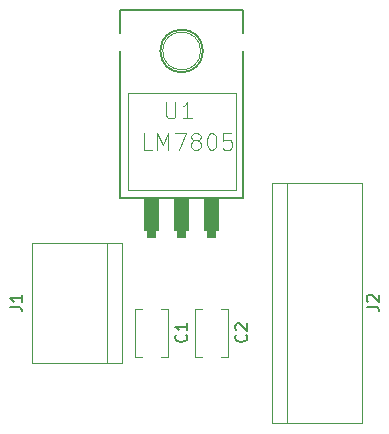
<source format=gto>
G04 #@! TF.GenerationSoftware,KiCad,Pcbnew,(5.1.4)-1*
G04 #@! TF.CreationDate,2019-09-01T07:35:36-07:00*
G04 #@! TF.ProjectId,lm7805,6c6d3738-3035-42e6-9b69-6361645f7063,rev?*
G04 #@! TF.SameCoordinates,Original*
G04 #@! TF.FileFunction,Legend,Top*
G04 #@! TF.FilePolarity,Positive*
%FSLAX46Y46*%
G04 Gerber Fmt 4.6, Leading zero omitted, Abs format (unit mm)*
G04 Created by KiCad (PCBNEW (5.1.4)-1) date 2019-09-01 07:35:36*
%MOMM*%
%LPD*%
G04 APERTURE LIST*
%ADD10C,0.120000*%
%ADD11C,0.127000*%
%ADD12C,0.050800*%
%ADD13C,0.100000*%
%ADD14C,0.150000*%
%ADD15C,0.050000*%
G04 APERTURE END LIST*
D10*
X57300000Y-56380000D02*
X57300000Y-60420000D01*
X54460000Y-56380000D02*
X54460000Y-60420000D01*
X57300000Y-56380000D02*
X56675000Y-56380000D01*
X55085000Y-56380000D02*
X54460000Y-56380000D01*
X57300000Y-60420000D02*
X56675000Y-60420000D01*
X55085000Y-60420000D02*
X54460000Y-60420000D01*
X60165000Y-60420000D02*
X59540000Y-60420000D01*
X62380000Y-60420000D02*
X61755000Y-60420000D01*
X60165000Y-56380000D02*
X59540000Y-56380000D01*
X62380000Y-56380000D02*
X61755000Y-56380000D01*
X59540000Y-56380000D02*
X59540000Y-60420000D01*
X62380000Y-56380000D02*
X62380000Y-60420000D01*
X52070000Y-50800000D02*
X52070000Y-60960000D01*
X53340000Y-50800000D02*
X45720000Y-50800000D01*
X45720000Y-50800000D02*
X45720000Y-60960000D01*
X45720000Y-60960000D02*
X53340000Y-60960000D01*
X53340000Y-60960000D02*
X53340000Y-50800000D01*
X73660000Y-45720000D02*
X66040000Y-45720000D01*
X66040000Y-66040000D02*
X73660000Y-66040000D01*
X67310000Y-66040000D02*
X67310000Y-45720000D01*
X73660000Y-45720000D02*
X73660000Y-66040000D01*
X66040000Y-45720000D02*
X66040000Y-66040000D01*
D11*
X53213000Y-46990000D02*
X63627000Y-46990000D01*
X63627000Y-31115000D02*
X53213000Y-31115000D01*
X63627000Y-46990000D02*
X63627000Y-34544000D01*
X63627000Y-33020000D02*
X63627000Y-31115000D01*
X53213000Y-46990000D02*
X53213000Y-34544000D01*
X53213000Y-33020000D02*
X53213000Y-31115000D01*
D12*
X53848000Y-46355000D02*
X62992000Y-46355000D01*
X62992000Y-38100000D02*
X62992000Y-46355000D01*
X62992000Y-38100000D02*
X53848000Y-38100000D01*
X53848000Y-46355000D02*
X53848000Y-38100000D01*
D11*
X60223400Y-34544000D02*
G75*
G03X60223400Y-34544000I-1803400J0D01*
G01*
D13*
G36*
X60579740Y-49784000D02*
G01*
X61341000Y-49784000D01*
X61341000Y-50420610D01*
X60579740Y-50420610D01*
X60579740Y-49784000D01*
G37*
G36*
X58038823Y-49784000D02*
G01*
X58801000Y-49784000D01*
X58801000Y-50421190D01*
X58038823Y-50421190D01*
X58038823Y-49784000D01*
G37*
G36*
X55497710Y-49784000D02*
G01*
X56261000Y-49784000D01*
X56261000Y-50421080D01*
X55497710Y-50421080D01*
X55497710Y-49784000D01*
G37*
G36*
X55239460Y-46990000D02*
G01*
X56515000Y-46990000D01*
X56515000Y-49791090D01*
X55239460Y-49791090D01*
X55239460Y-46990000D01*
G37*
G36*
X57784119Y-46990000D02*
G01*
X59055000Y-46990000D01*
X59055000Y-49789640D01*
X57784119Y-49789640D01*
X57784119Y-46990000D01*
G37*
G36*
X60327130Y-46990000D02*
G01*
X61595000Y-46990000D01*
X61595000Y-49788550D01*
X60327130Y-49788550D01*
X60327130Y-46990000D01*
G37*
X60021000Y-34544000D02*
G75*
G03X60021000Y-34544000I-1601000J0D01*
G01*
D14*
X58787142Y-58566666D02*
X58834761Y-58614285D01*
X58882380Y-58757142D01*
X58882380Y-58852380D01*
X58834761Y-58995238D01*
X58739523Y-59090476D01*
X58644285Y-59138095D01*
X58453809Y-59185714D01*
X58310952Y-59185714D01*
X58120476Y-59138095D01*
X58025238Y-59090476D01*
X57930000Y-58995238D01*
X57882380Y-58852380D01*
X57882380Y-58757142D01*
X57930000Y-58614285D01*
X57977619Y-58566666D01*
X58882380Y-57614285D02*
X58882380Y-58185714D01*
X58882380Y-57900000D02*
X57882380Y-57900000D01*
X58025238Y-57995238D01*
X58120476Y-58090476D01*
X58168095Y-58185714D01*
X63867142Y-58566666D02*
X63914761Y-58614285D01*
X63962380Y-58757142D01*
X63962380Y-58852380D01*
X63914761Y-58995238D01*
X63819523Y-59090476D01*
X63724285Y-59138095D01*
X63533809Y-59185714D01*
X63390952Y-59185714D01*
X63200476Y-59138095D01*
X63105238Y-59090476D01*
X63010000Y-58995238D01*
X62962380Y-58852380D01*
X62962380Y-58757142D01*
X63010000Y-58614285D01*
X63057619Y-58566666D01*
X63057619Y-58185714D02*
X63010000Y-58138095D01*
X62962380Y-58042857D01*
X62962380Y-57804761D01*
X63010000Y-57709523D01*
X63057619Y-57661904D01*
X63152857Y-57614285D01*
X63248095Y-57614285D01*
X63390952Y-57661904D01*
X63962380Y-58233333D01*
X63962380Y-57614285D01*
X43902380Y-56213333D02*
X44616666Y-56213333D01*
X44759523Y-56260952D01*
X44854761Y-56356190D01*
X44902380Y-56499047D01*
X44902380Y-56594285D01*
X44902380Y-55213333D02*
X44902380Y-55784761D01*
X44902380Y-55499047D02*
X43902380Y-55499047D01*
X44045238Y-55594285D01*
X44140476Y-55689523D01*
X44188095Y-55784761D01*
X74102380Y-56193333D02*
X74816666Y-56193333D01*
X74959523Y-56240952D01*
X75054761Y-56336190D01*
X75102380Y-56479047D01*
X75102380Y-56574285D01*
X74197619Y-55764761D02*
X74150000Y-55717142D01*
X74102380Y-55621904D01*
X74102380Y-55383809D01*
X74150000Y-55288571D01*
X74197619Y-55240952D01*
X74292857Y-55193333D01*
X74388095Y-55193333D01*
X74530952Y-55240952D01*
X75102380Y-55812380D01*
X75102380Y-55193333D01*
D15*
X57097391Y-38847280D02*
X57097391Y-39982273D01*
X57164155Y-40115802D01*
X57230920Y-40182566D01*
X57364448Y-40249330D01*
X57631505Y-40249330D01*
X57765034Y-40182566D01*
X57831798Y-40115802D01*
X57898562Y-39982273D01*
X57898562Y-38847280D01*
X59300612Y-40249330D02*
X58499441Y-40249330D01*
X58900027Y-40249330D02*
X58900027Y-38847280D01*
X58766498Y-39047573D01*
X58632970Y-39181102D01*
X58499441Y-39247866D01*
X55892765Y-42922212D02*
X55225593Y-42922212D01*
X55225593Y-41521152D01*
X56359785Y-42922212D02*
X56359785Y-41521152D01*
X56826805Y-42521910D01*
X57293825Y-41521152D01*
X57293825Y-42922212D01*
X57827562Y-41521152D02*
X58761602Y-41521152D01*
X58161147Y-42922212D01*
X59495490Y-42121607D02*
X59362056Y-42054890D01*
X59295339Y-41988172D01*
X59228622Y-41854738D01*
X59228622Y-41788021D01*
X59295339Y-41654587D01*
X59362056Y-41587870D01*
X59495490Y-41521152D01*
X59762359Y-41521152D01*
X59895793Y-41587870D01*
X59962510Y-41654587D01*
X60029227Y-41788021D01*
X60029227Y-41854738D01*
X59962510Y-41988172D01*
X59895793Y-42054890D01*
X59762359Y-42121607D01*
X59495490Y-42121607D01*
X59362056Y-42188324D01*
X59295339Y-42255041D01*
X59228622Y-42388475D01*
X59228622Y-42655344D01*
X59295339Y-42788778D01*
X59362056Y-42855495D01*
X59495490Y-42922212D01*
X59762359Y-42922212D01*
X59895793Y-42855495D01*
X59962510Y-42788778D01*
X60029227Y-42655344D01*
X60029227Y-42388475D01*
X59962510Y-42255041D01*
X59895793Y-42188324D01*
X59762359Y-42121607D01*
X60896550Y-41521152D02*
X61029985Y-41521152D01*
X61163419Y-41587870D01*
X61230136Y-41654587D01*
X61296853Y-41788021D01*
X61363570Y-42054890D01*
X61363570Y-42388475D01*
X61296853Y-42655344D01*
X61230136Y-42788778D01*
X61163419Y-42855495D01*
X61029985Y-42922212D01*
X60896550Y-42922212D01*
X60763116Y-42855495D01*
X60696399Y-42788778D01*
X60629682Y-42655344D01*
X60562965Y-42388475D01*
X60562965Y-42054890D01*
X60629682Y-41788021D01*
X60696399Y-41654587D01*
X60763116Y-41587870D01*
X60896550Y-41521152D01*
X62631196Y-41521152D02*
X61964025Y-41521152D01*
X61897307Y-42188324D01*
X61964025Y-42121607D01*
X62097459Y-42054890D01*
X62431045Y-42054890D01*
X62564479Y-42121607D01*
X62631196Y-42188324D01*
X62697913Y-42321758D01*
X62697913Y-42655344D01*
X62631196Y-42788778D01*
X62564479Y-42855495D01*
X62431045Y-42922212D01*
X62097459Y-42922212D01*
X61964025Y-42855495D01*
X61897307Y-42788778D01*
M02*

</source>
